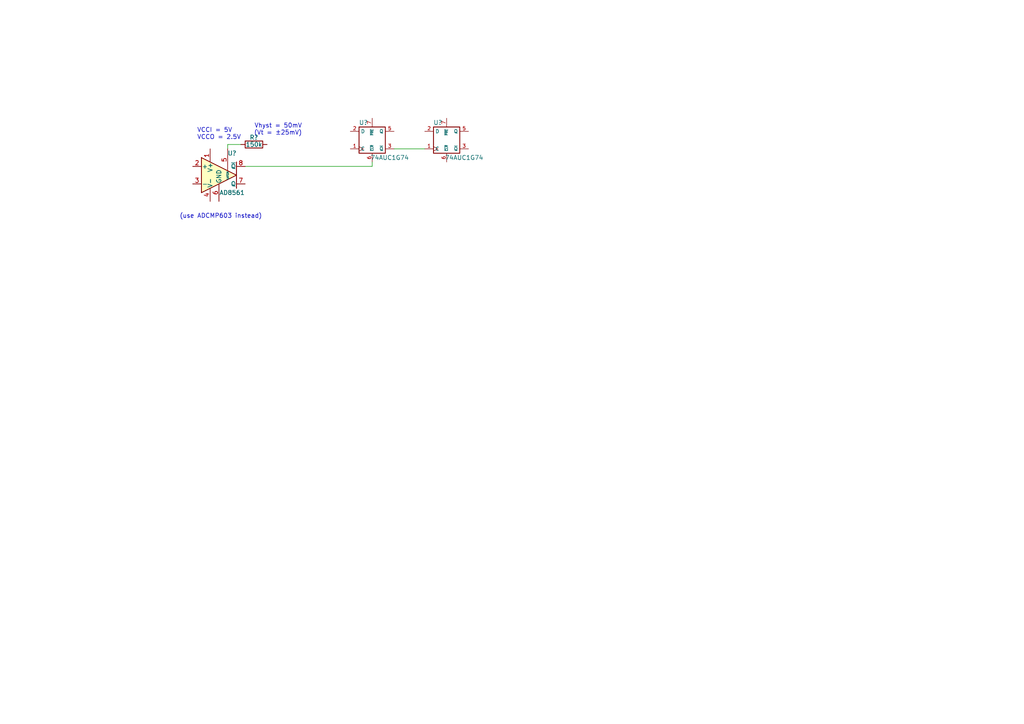
<source format=kicad_sch>
(kicad_sch (version 20230121) (generator eeschema)
  (paper "A4")
  (lib_symbols
    (symbol "74xGxx:74AUC1G74"
      (property "Reference" "U" (at -2.54 5.08 0))
      (property "Value" "74AUC1G74" (at 5.08 -5.08 0))
      (symbol "74AUC1G74_0_1"
        (rectangle (start -3.81 3.81) (end 3.81 -3.81) (stroke (width 0.254)))
      )
      (symbol "74AUC1G74_1_1"
        (pin input clock (at -6.35 -2.54 0) (length 2.54) (name "C") (number "1"))
        (pin input line (at -6.35 2.54 0) (length 2.54) (name "D") (number "2"))
        (pin output line (at 6.35 -2.54 180) (length 2.54) (name "~{Q}") (number "3"))
        (pin power_in line (at -3.81 -3.81 270) (length 0) hide (name "GND") (number "4"))
        (pin output line (at 6.35 2.54 180) (length 2.54) (name "Q") (number "5"))
        (pin input line (at 0 -6.35 90) (length 2.54) (name "~{CLR}") (number "6"))
        (pin input line (at 0 6.35 270) (length 2.54) (name "~{PRE}") (number "7"))
        (pin power_in line (at -3.81 3.81 90) (length 0) hide (name "VCC") (number "8"))
      )
    )
    (symbol "Comparator:AD8561" (pin_names (offset 0.127))
      (property "Reference" "U" (at 3.81 6.35 0))
      (property "Value" "AD8561" (at 3.81 -5.08 0))
      (symbol "AD8561_0_1"
        (polyline (pts (xy 5.08 3.81) (xy 5.08 -3.81)) (stroke (width 0.254)))
        (polyline (pts (xy -5.08 5.08) (xy 5.08 0) (xy -5.08 -5.08) (xy -5.08 5.08)) (stroke (width 0.254)) (fill (type background)))
      )
      (symbol "AD8561_1_1"
        (pin power_in line (at -2.54 7.62 270) (length 3.81) (name "V+") (number "1"))
        (pin input line (at -7.62 2.54 0) (length 2.54) (name "+") (number "2"))
        (pin input line (at -7.62 -2.54 0) (length 2.54) (name "-") (number "3"))
        (pin power_in line (at -2.54 -7.62 90) (length 3.81) (name "V-") (number "4"))
        (pin input line (at 2.54 7.62 270) (length 6.35) (name "LATCH") (number "5"))
        (pin power_in line (at 0 -7.62 90) (length 5.08) (name "GND") (number "6"))
        (pin output line (at 7.62 -2.54 180) (length 2.54) (name "Q") (number "7"))
        (pin output line (at 7.62 2.54 180) (length 2.54) (name "~{Q}") (number "8"))
      )
    )
    (symbol "Device:R" (pin_numbers hide) (pin_names (offset 0))
      (property "Reference" "R" (at 2.032 0 90))
      (property "Value" "R" (at 0 0 90))
      (symbol "R_0_1"
        (rectangle (start -1.016 -2.54) (end 1.016 2.54) (stroke (width 0.254)))
      )
      (symbol "R_1_1"
        (pin passive line (at 0 3.81 270) (length 1.27) (name "~") (number "1"))
        (pin passive line (at 0 -3.81 90) (length 1.27) (name "~") (number "2"))
      )
    )
  )
  (wire (pts (xy 114.3 43.18) (xy 123.19 43.18)))
  (wire (pts (xy 66.04 43.18) (xy 66.04 41.91)))
  (wire (pts (xy 71.12 48.26) (xy 107.95 48.26)))
  (wire (pts (xy 107.95 46.99) (xy 107.95 48.26)))
  (wire (pts (xy 66.04 41.91) (xy 69.85 41.91)))
  (text "Vhyst = 50mV\n(Vt = ±25mV)" (at 87.63 39.37 0) (effects (font (size 1.27 1.27)) (justify right bottom)))
  (text "VCCI = 5V\nVCCO = 2.5V" (at 57.15 40.64 0) (effects (font (size 1.27 1.27)) (justify left bottom)))
  (text "(use ADCMP603 instead)" (at 52.07 63.5 0) (effects (font (size 1.27 1.27)) (justify left bottom)))
  (symbol (lib_id "Device:R") (at 73.66 41.91 90) (unit 1)
    (property "Reference" "R?" (at 73.66 39.878 90))
    (property "Value" "150k" (at 73.66 41.91 90))
  )
  (symbol (lib_id "Comparator:AD8561") (at 63.5 50.8 0) (unit 1)
    (property "Reference" "U?" (at 67.31 44.45 0))
    (property "Value" "AD8561" (at 67.31 55.88 0))
    (property "Datasheet" "https://www.analog.com/media/en/technical-documentation/data-sheets/ad8561.pdf" (effects hide))
  )
  (symbol (lib_id "74xGxx:74AUC1G74") (at 107.95 40.64 0) (unit 1)
    (property "Reference" "U?" (at 105.41 35.56 0))
    (property "Value" "74AUC1G74" (at 113.03 45.72 0))
    (property "Datasheet" "http://www.ti.com/lit/sg/scyt129e/scyt129e.pdf" (effects hide))
  )
  (symbol (lib_id "74xGxx:74AUC1G74") (at 129.54 40.64 0) (unit 1)
    (property "Reference" "U?" (at 127 35.56 0))
    (property "Value" "74AUC1G74" (at 134.62 45.72 0))
    (property "Datasheet" "http://www.ti.com/lit/sg/scyt129e/scyt129e.pdf" (effects hide))
  )
)
</source>
